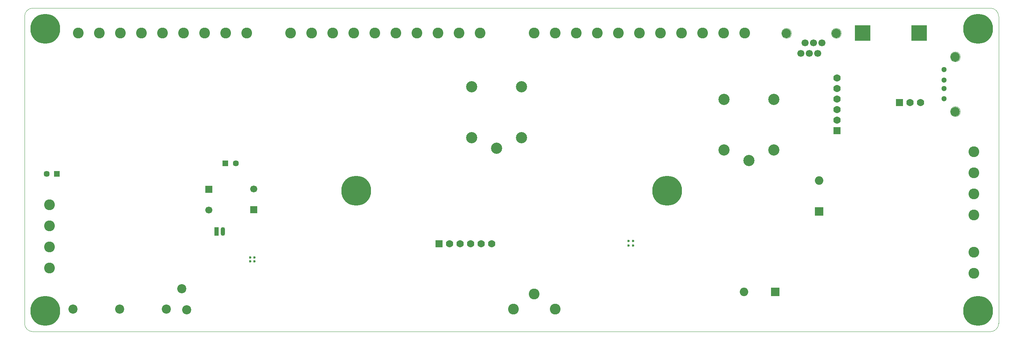
<source format=gbs>
G04 Layer_Color=16711935*
%FSAX44Y44*%
%MOMM*%
G71*
G01*
G75*
%ADD79C,0.1000*%
%ADD169C,7.2000*%
%ADD170C,2.7000*%
%ADD171C,2.2000*%
%ADD172C,2.6000*%
%ADD173C,1.7750*%
%ADD174R,1.7750X1.7750*%
%ADD175C,1.3000*%
%ADD176C,1.7000*%
%ADD177R,1.7750X1.7750*%
%ADD178C,2.0500*%
%ADD179R,2.0500X2.0500*%
%ADD180R,2.0500X2.0500*%
%ADD181R,1.7000X1.7000*%
%ADD182R,1.1000X2.1000*%
%ADD183O,1.1000X2.1000*%
%ADD184R,1.4500X1.4500*%
%ADD185C,1.4500*%
%ADD186R,3.7000X3.7000*%
%ADD187C,0.6000*%
D79*
X-00000000Y00020000D02*
G03*
X00020000Y00000000I00020000J00000000D01*
G01*
X00020000D02*
X02330000D01*
D02*
G03*
X02350000Y00020000I00000000J00020000D01*
G01*
Y00760000D01*
Y00760000D02*
G03*
X02330000Y00780000I-00020000J00000000D01*
G01*
X00020000D01*
X00020000D02*
G03*
X-00000000Y00760000I00000000J-00020000D01*
G01*
Y00760000D02*
Y00020000D01*
X00066000Y00050000D02*
G03*
X00066000Y00050000I-00016000J00000000D01*
G01*
X00080000D02*
G03*
X00080000Y00050000I-00030000J00000000D01*
G01*
X00068000Y00153600D02*
G03*
X00068000Y00153600I-00008000J00000000D01*
G01*
Y00204400D02*
G03*
X00068000Y00204400I-00008000J00000000D01*
G01*
Y00255200D02*
G03*
X00068000Y00255200I-00008000J00000000D01*
G01*
Y00306000D02*
G03*
X00068000Y00306000I-00008000J00000000D01*
G01*
X00493100Y00720000D02*
G03*
X00493100Y00720000I-00008000J00000000D01*
G01*
X00543900D02*
G03*
X00543900Y00720000I-00008000J00000000D01*
G01*
X00442300D02*
G03*
X00442300Y00720000I-00008000J00000000D01*
G01*
X00391500D02*
G03*
X00391500Y00720000I-00008000J00000000D01*
G01*
X00340700D02*
G03*
X00340700Y00720000I-00008000J00000000D01*
G01*
X00289900D02*
G03*
X00289900Y00720000I-00008000J00000000D01*
G01*
X00239100D02*
G03*
X00239100Y00720000I-00008000J00000000D01*
G01*
X00188300D02*
G03*
X00188300Y00720000I-00008000J00000000D01*
G01*
X00137500D02*
G03*
X00137500Y00720000I-00008000J00000000D01*
G01*
X00080000Y00730000D02*
G03*
X00080000Y00730000I-00030000J00000000D01*
G01*
X00066000D02*
G03*
X00066000Y00730000I-00016000J00000000D01*
G01*
X00649800Y00720000D02*
G03*
X00649800Y00720000I-00008000J00000000D01*
G01*
X00700600D02*
G03*
X00700600Y00720000I-00008000J00000000D01*
G01*
X00751400D02*
G03*
X00751400Y00720000I-00008000J00000000D01*
G01*
X00802200D02*
G03*
X00802200Y00720000I-00008000J00000000D01*
G01*
X00853000D02*
G03*
X00853000Y00720000I-00008000J00000000D01*
G01*
X00903800D02*
G03*
X00903800Y00720000I-00008000J00000000D01*
G01*
X00954600D02*
G03*
X00954600Y00720000I-00008000J00000000D01*
G01*
X01005400D02*
G03*
X01005400Y00720000I-00008000J00000000D01*
G01*
X01056200D02*
G03*
X01056200Y00720000I-00008000J00000000D01*
G01*
X01107000D02*
G03*
X01107000Y00720000I-00008000J00000000D01*
G01*
X01237000D02*
G03*
X01237000Y00720000I-00008000J00000000D01*
G01*
X01287800D02*
G03*
X01287800Y00720000I-00008000J00000000D01*
G01*
X01338600D02*
G03*
X01338600Y00720000I-00008000J00000000D01*
G01*
X01389400D02*
G03*
X01389400Y00720000I-00008000J00000000D01*
G01*
X01440200D02*
G03*
X01440200Y00720000I-00008000J00000000D01*
G01*
X01491000D02*
G03*
X01491000Y00720000I-00008000J00000000D01*
G01*
X01541800D02*
G03*
X01541800Y00720000I-00008000J00000000D01*
G01*
X01592600D02*
G03*
X01592600Y00720000I-00008000J00000000D01*
G01*
X01643400D02*
G03*
X01643400Y00720000I-00008000J00000000D01*
G01*
X01694200D02*
G03*
X01694200Y00720000I-00008000J00000000D01*
G01*
X01745000D02*
G03*
X01745000Y00720000I-00008000J00000000D01*
G01*
X01877500Y00670800D02*
G03*
X01877500Y00670800I-00004500J00000000D01*
G01*
X01897900D02*
G03*
X01897900Y00670800I-00004500J00000000D01*
G01*
X01918300D02*
G03*
X01918300Y00670800I-00004500J00000000D01*
G01*
X01970500Y00719200D02*
G03*
X01970500Y00719200I-00012000J00000000D01*
G01*
X02028600Y00720000D02*
G03*
X02028600Y00720000I-00006400J00000000D01*
G01*
X01928500Y00696200D02*
G03*
X01928500Y00696200I-00004500J00000000D01*
G01*
X01908100D02*
G03*
X01908100Y00696200I-00004500J00000000D01*
G01*
X01887700D02*
G03*
X01887700Y00696200I-00004500J00000000D01*
G01*
X01850500Y00719200D02*
G03*
X01850500Y00719200I-00012000J00000000D01*
G01*
X02164200Y00720000D02*
G03*
X02164200Y00720000I-00006400J00000000D01*
G01*
X02257750Y00662500D02*
G03*
X02257750Y00662500I-00012000J00000000D01*
G01*
Y00530500D02*
G03*
X02257750Y00530500I-00012000J00000000D01*
G01*
X02298000Y00434150D02*
G03*
X02298000Y00434150I-00008000J00000000D01*
G01*
Y00383350D02*
G03*
X02298000Y00383350I-00008000J00000000D01*
G01*
Y00332550D02*
G03*
X02298000Y00332550I-00008000J00000000D01*
G01*
Y00281750D02*
G03*
X02298000Y00281750I-00008000J00000000D01*
G01*
X02298000Y00191550D02*
G03*
X02298000Y00191550I-00008000J00000000D01*
G01*
Y00140750D02*
G03*
X02298000Y00140750I-00008000J00000000D01*
G01*
X02316000Y00050000D02*
G03*
X02316000Y00050000I-00016000J00000000D01*
G01*
X02330000D02*
G03*
X02330000Y00050000I-00030000J00000000D01*
G01*
Y00730000D02*
G03*
X02330000Y00730000I-00030000J00000000D01*
G01*
X02316000D02*
G03*
X02316000Y00730000I-00016000J00000000D01*
G01*
X01580000Y00340000D02*
G03*
X01580000Y00340000I-00030000J00000000D01*
G01*
X01566000D02*
G03*
X01566000Y00340000I-00016000J00000000D01*
G01*
X00830000D02*
G03*
X00830000Y00340000I-00030000J00000000D01*
G01*
X00816000D02*
G03*
X00816000Y00340000I-00016000J00000000D01*
G01*
D169*
X00050000Y00050000D02*
D03*
X00800000Y00340000D02*
D03*
X00050000Y00730000D02*
D03*
X01550000Y00340000D02*
D03*
X02300000Y00050000D02*
D03*
Y00730000D02*
D03*
D170*
X01078500Y00468000D02*
D03*
X01138500Y00442500D02*
D03*
X01198500Y00468000D02*
D03*
Y00590000D02*
D03*
X01078500D02*
D03*
X01687250Y00438000D02*
D03*
X01747250Y00412500D02*
D03*
X01807250Y00438000D02*
D03*
Y00560000D02*
D03*
X01687250D02*
D03*
D171*
X00117200Y00054200D02*
D03*
X00229699Y00054200D02*
D03*
X00342200Y00054200D02*
D03*
X00391000Y00052500D02*
D03*
X00379000Y00103500D02*
D03*
X01838500Y00719200D02*
D03*
X01958500D02*
D03*
X02245750Y00530500D02*
D03*
Y00662500D02*
D03*
D172*
X00060000Y00153600D02*
D03*
Y00204400D02*
D03*
Y00255200D02*
D03*
Y00306000D02*
D03*
X00485100Y00720000D02*
D03*
X00535900D02*
D03*
X00641800D02*
D03*
X00692600D02*
D03*
X00743400D02*
D03*
X00794200D02*
D03*
X00845000D02*
D03*
X00895800D02*
D03*
X00946600D02*
D03*
X00997400D02*
D03*
X01048200D02*
D03*
X01099000D02*
D03*
X01229000D02*
D03*
X01279800D02*
D03*
X01330600D02*
D03*
X01381400D02*
D03*
X01432200D02*
D03*
X01483000D02*
D03*
X01533800D02*
D03*
X01584600D02*
D03*
X01635400D02*
D03*
X01686200D02*
D03*
X01737000D02*
D03*
X02290000Y00140750D02*
D03*
Y00191550D02*
D03*
X02290000Y00281750D02*
D03*
Y00332550D02*
D03*
Y00383350D02*
D03*
Y00434150D02*
D03*
X01279750Y00054750D02*
D03*
X01229750Y00090750D02*
D03*
X01179750Y00054750D02*
D03*
X00434300Y00720000D02*
D03*
X00383500D02*
D03*
X00332700D02*
D03*
X00281900D02*
D03*
X00231100D02*
D03*
X00180300D02*
D03*
X00129500D02*
D03*
D173*
X01025650Y00211750D02*
D03*
X01051050D02*
D03*
X01076450D02*
D03*
X01101850D02*
D03*
X01127250D02*
D03*
X01960000Y00510000D02*
D03*
Y00535400D02*
D03*
Y00560800D02*
D03*
Y00586200D02*
D03*
Y00611600D02*
D03*
X02136250Y00552500D02*
D03*
X02161650D02*
D03*
D174*
X01000250Y00211750D02*
D03*
X02110850Y00552500D02*
D03*
D175*
X02218650Y00561500D02*
D03*
Y00586500D02*
D03*
Y00606500D02*
D03*
Y00631500D02*
D03*
D176*
X00444500Y00293600D02*
D03*
X00553000Y00344000D02*
D03*
X01873000Y00670800D02*
D03*
X01893400D02*
D03*
X01913800D02*
D03*
X01924000Y00696200D02*
D03*
X01903600D02*
D03*
X01883200D02*
D03*
D177*
X01960000Y00484600D02*
D03*
D178*
X01736000Y00096000D02*
D03*
X01916750Y00364500D02*
D03*
D179*
X01811000Y00096000D02*
D03*
D180*
X01916750Y00289500D02*
D03*
D181*
X00444500Y00343600D02*
D03*
X00553000Y00294000D02*
D03*
D182*
X00463250Y00241500D02*
D03*
D183*
X00478250Y00241500D02*
D03*
D184*
X00484500Y00406000D02*
D03*
X00078250Y00380750D02*
D03*
D185*
X00053250Y00380750D02*
D03*
X00509500Y00406000D02*
D03*
D186*
X02022200Y00720000D02*
D03*
X02157800D02*
D03*
D187*
X00544250Y00169250D02*
D03*
Y00179250D02*
D03*
X00554250D02*
D03*
Y00169250D02*
D03*
X01456750Y00208000D02*
D03*
X01467750D02*
D03*
Y00219000D02*
D03*
X01456750D02*
D03*
M02*

</source>
